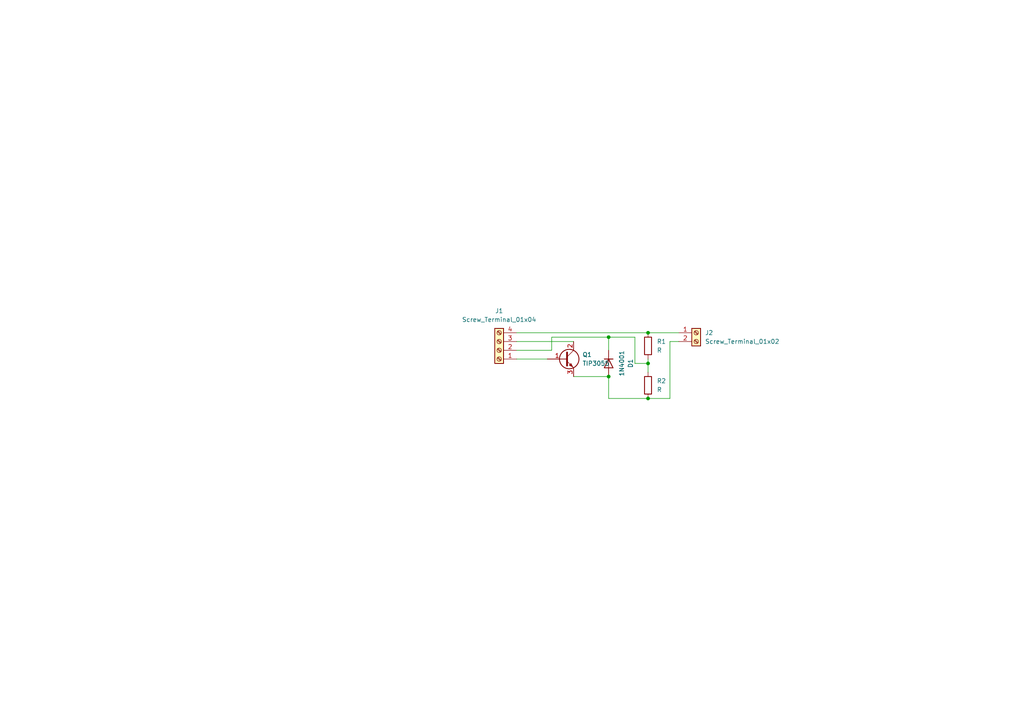
<source format=kicad_sch>
(kicad_sch (version 20211123) (generator eeschema)
  (paper "A4")
  (lib_symbols
    (symbol "Connector:Screw_Terminal_01x02" (pin_names (offset 1.016) hide)
      (property "Reference" "J" (at 0 2.54 0))
      (property "Value" "Screw_Terminal_01x02" (at 0 -5.08 0))
      (symbol "Screw_Terminal_01x02_1_1"
        (rectangle (start -1.27 1.27) (end 1.27 -3.81) (stroke (width 0.254)) (fill (type background)))
        (circle (center 0 -2.54) (radius 0.635) (stroke (width 0.1524)))
        (polyline (pts (xy -0.5334 -2.2098) (xy 0.3302 -3.048)) (stroke (width 0.1524)))
        (polyline (pts (xy -0.5334 0.3302) (xy 0.3302 -0.508)) (stroke (width 0.1524)))
        (polyline (pts (xy -0.3556 -2.032) (xy 0.508 -2.8702)) (stroke (width 0.1524)))
        (polyline (pts (xy -0.3556 0.508) (xy 0.508 -0.3302)) (stroke (width 0.1524)))
        (circle (center 0 0) (radius 0.635) (stroke (width 0.1524)))
        (pin passive line (at -5.08 0 0) (length 3.81) (name "Pin_1") (number "1"))
        (pin passive line (at -5.08 -2.54 0) (length 3.81) (name "Pin_2") (number "2"))
      )
    )
    (symbol "Connector:Screw_Terminal_01x04" (pin_names (offset 1.016) hide)
      (property "Reference" "J" (at 0 5.08 0))
      (property "Value" "Screw_Terminal_01x04" (at 0 -7.62 0))
      (symbol "Screw_Terminal_01x04_1_1"
        (rectangle (start -1.27 3.81) (end 1.27 -6.35) (stroke (width 0.254)) (fill (type background)))
        (circle (center 0 -5.08) (radius 0.635) (stroke (width 0.1524)))
        (circle (center 0 -2.54) (radius 0.635) (stroke (width 0.1524)))
        (polyline (pts (xy -0.5334 -4.7498) (xy 0.3302 -5.588)) (stroke (width 0.1524)))
        (polyline (pts (xy -0.5334 -2.2098) (xy 0.3302 -3.048)) (stroke (width 0.1524)))
        (polyline (pts (xy -0.5334 0.3302) (xy 0.3302 -0.508)) (stroke (width 0.1524)))
        (polyline (pts (xy -0.5334 2.8702) (xy 0.3302 2.032)) (stroke (width 0.1524)))
        (polyline (pts (xy -0.3556 -4.572) (xy 0.508 -5.4102)) (stroke (width 0.1524)))
        (polyline (pts (xy -0.3556 -2.032) (xy 0.508 -2.8702)) (stroke (width 0.1524)))
        (polyline (pts (xy -0.3556 0.508) (xy 0.508 -0.3302)) (stroke (width 0.1524)))
        (polyline (pts (xy -0.3556 3.048) (xy 0.508 2.2098)) (stroke (width 0.1524)))
        (circle (center 0 0) (radius 0.635) (stroke (width 0.1524)))
        (circle (center 0 2.54) (radius 0.635) (stroke (width 0.1524)))
        (pin passive line (at -5.08 2.54 0) (length 3.81) (name "Pin_1") (number "1"))
        (pin passive line (at -5.08 0 0) (length 3.81) (name "Pin_2") (number "2"))
        (pin passive line (at -5.08 -2.54 0) (length 3.81) (name "Pin_3") (number "3"))
        (pin passive line (at -5.08 -5.08 0) (length 3.81) (name "Pin_4") (number "4"))
      )
    )
    (symbol "Device:R" (pin_numbers hide) (pin_names (offset 0))
      (property "Reference" "R" (at 2.032 0 90))
      (property "Value" "R" (at 0 0 90))
      (symbol "R_0_1"
        (rectangle (start -1.016 -2.54) (end 1.016 2.54) (stroke (width 0.254)))
      )
      (symbol "R_1_1"
        (pin passive line (at 0 3.81 270) (length 1.27) (name "~") (number "1"))
        (pin passive line (at 0 -3.81 90) (length 1.27) (name "~") (number "2"))
      )
    )
    (symbol "Diode:1N4001" (pin_numbers hide) (pin_names (offset 1.016) hide)
      (property "Reference" "D" (at 0 2.54 0))
      (property "Value" "1N4001" (at 0 -2.54 0))
      (symbol "1N4001_0_1"
        (polyline (pts (xy -1.27 1.27) (xy -1.27 -1.27)) (stroke (width 0.254)))
        (polyline (pts (xy 1.27 0) (xy -1.27 0)))
        (polyline (pts (xy 1.27 1.27) (xy 1.27 -1.27) (xy -1.27 0) (xy 1.27 1.27)) (stroke (width 0.254)))
      )
      (symbol "1N4001_1_1"
        (pin passive line (at -3.81 0 0) (length 2.54) (name "K") (number "1"))
        (pin passive line (at 3.81 0 180) (length 2.54) (name "A") (number "2"))
      )
    )
    (symbol "Transistor_BJT:TIP3055" (pin_names (offset 0) hide)
      (property "Reference" "Q" (at 5.08 1.905 0))
      (property "Value" "TIP3055" (at 5.08 0 0))
      (symbol "TIP3055_0_1"
        (polyline (pts (xy 0.635 0.635) (xy 2.54 2.54)))
        (polyline (pts (xy 0.635 -0.635) (xy 2.54 -2.54) (xy 2.54 -2.54)))
        (polyline (pts (xy 0.635 1.905) (xy 0.635 -1.905) (xy 0.635 -1.905)) (stroke (width 0.508)))
        (polyline (pts (xy 1.27 -1.778) (xy 1.778 -1.27) (xy 2.286 -2.286) (xy 1.27 -1.778) (xy 1.27 -1.778)) (fill (type outline)))
        (circle (center 1.27 0) (radius 2.8194) (stroke (width 0.254)))
      )
      (symbol "TIP3055_1_1"
        (pin input line (at -5.08 0 0) (length 5.715) (name "B") (number "1"))
        (pin passive line (at 2.54 5.08 270) (length 2.54) (name "C") (number "2"))
        (pin passive line (at 2.54 -5.08 90) (length 2.54) (name "E") (number "3"))
      )
    )
  )
  (junction (at 176.53 97.79))
  (junction (at 187.96 105.41))
  (junction (at 187.96 96.52))
  (junction (at 187.96 115.57))
  (junction (at 176.53 109.22))
  (wire (pts (xy 187.96 105.41) (xy 184.15 105.41)))
  (wire (pts (xy 187.96 115.57) (xy 194.31 115.57)))
  (wire (pts (xy 194.31 99.06) (xy 196.85 99.06)))
  (wire (pts (xy 166.37 109.22) (xy 176.53 109.22)))
  (wire (pts (xy 187.96 104.14) (xy 187.96 105.41)))
  (wire (pts (xy 149.86 99.06) (xy 166.37 99.06)))
  (wire (pts (xy 149.86 101.6) (xy 160.02 101.6)))
  (wire (pts (xy 160.02 101.6) (xy 160.02 97.79)))
  (wire (pts (xy 149.86 104.14) (xy 158.75 104.14)))
  (wire (pts (xy 187.96 105.41) (xy 187.96 107.95)))
  (wire (pts (xy 149.86 96.52) (xy 187.96 96.52)))
  (wire (pts (xy 160.02 97.79) (xy 176.53 97.79)))
  (wire (pts (xy 176.53 97.79) (xy 176.53 101.6)))
  (wire (pts (xy 176.53 115.57) (xy 176.53 109.22)))
  (wire (pts (xy 187.96 96.52) (xy 196.85 96.52)))
  (wire (pts (xy 194.31 115.57) (xy 194.31 99.06)))
  (wire (pts (xy 187.96 115.57) (xy 176.53 115.57)))
  (wire (pts (xy 184.15 105.41) (xy 184.15 97.79)))
  (wire (pts (xy 184.15 97.79) (xy 176.53 97.79)))
  (symbol (lib_id "Device:R") (at 187.96 111.76 0) (unit 1)
    (property "Reference" "R2" (at 190.5 110.4899 0) (effects (justify left)))
    (property "Value" "R" (at 190.5 113.0299 0) (effects (justify left)))
    (property "Footprint" "Resistor_THT:R_Axial_Power_L20.0mm_W6.4mm_P7.62mm_Vertical" (effects hide))
  )
  (symbol (lib_id "Connector:Screw_Terminal_01x04") (at 144.78 101.6 180) (unit 1)
    (property "Reference" "J1" (at 144.78 90.17 0))
    (property "Value" "Screw_Terminal_01x04" (at 144.78 92.71 0))
    (property "Footprint" "TerminalBlock:TerminalBlock_bornier-4_P5.08mm" (effects hide))
  )
  (symbol (lib_id "Connector:Screw_Terminal_01x02") (at 201.93 96.52 0) (unit 1)
    (property "Reference" "J2" (at 204.47 96.5199 0) (effects (justify left)))
    (property "Value" "Screw_Terminal_01x02" (at 204.47 99.0599 0) (effects (justify left)))
    (property "Footprint" "TerminalBlock:TerminalBlock_bornier-2_P5.08mm" (effects hide))
  )
  (symbol (lib_id "Device:R") (at 187.96 100.33 0) (unit 1)
    (property "Reference" "R1" (at 190.5 99.0599 0) (effects (justify left)))
    (property "Value" "R" (at 190.5 101.5999 0) (effects (justify left)))
    (property "Footprint" "Resistor_THT:R_Axial_Power_L20.0mm_W6.4mm_P7.62mm_Vertical" (effects hide))
  )
  (symbol (lib_id "Transistor_BJT:TIP3055") (at 163.83 104.14 0) (unit 1)
    (property "Reference" "Q1" (at 168.91 102.8699 0) (effects (justify left)))
    (property "Value" "TIP3055" (at 168.91 105.4099 0) (effects (justify left)))
    (property "Footprint" "Package_TO_SOT_THT:TO-218-3_Vertical" (effects hide))
    (property "Datasheet" "http://www.onsemi.com/pub_link/Collateral/TIP3055-D.PDF" (effects hide))
  )
  (symbol (lib_id "Diode:1N4001") (at 176.53 105.41 270) (unit 1)
    (property "Reference" "D1" (at 182.88 105.41 0))
    (property "Value" "1N4001" (at 180.34 105.41 0))
    (property "Footprint" "Diode_THT:D_DO-41_SOD81_P10.16mm_Horizontal" (effects hide))
    (property "Datasheet" "http://www.vishay.com/docs/88503/1n4001.pdf" (effects hide))
  )
)
</source>
